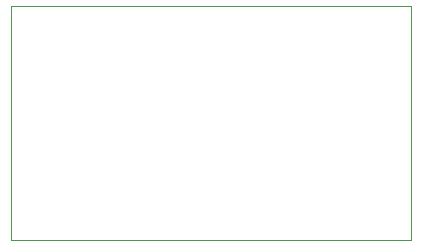
<source format=gm1>
G04 #@! TF.GenerationSoftware,KiCad,Pcbnew,5.1.12-84ad8e8a86~92~ubuntu20.04.1*
G04 #@! TF.CreationDate,2022-01-29T12:50:19-06:00*
G04 #@! TF.ProjectId,TICK_AC,5449434b-5f41-4432-9e6b-696361645f70,rev?*
G04 #@! TF.SameCoordinates,Original*
G04 #@! TF.FileFunction,Profile,NP*
%FSLAX46Y46*%
G04 Gerber Fmt 4.6, Leading zero omitted, Abs format (unit mm)*
G04 Created by KiCad (PCBNEW 5.1.12-84ad8e8a86~92~ubuntu20.04.1) date 2022-01-29 12:50:19*
%MOMM*%
%LPD*%
G01*
G04 APERTURE LIST*
G04 #@! TA.AperFunction,Profile*
%ADD10C,0.100000*%
G04 #@! TD*
G04 APERTURE END LIST*
D10*
X123215400Y-93954600D02*
X157073600Y-93954600D01*
X123215400Y-113715800D02*
X123215400Y-93954600D01*
X157073600Y-113715800D02*
X123215400Y-113715800D01*
X157073600Y-93954600D02*
X157073600Y-113715800D01*
M02*

</source>
